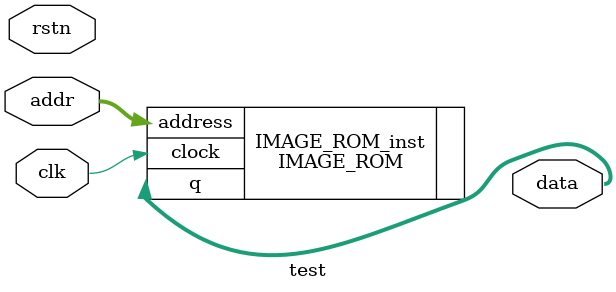
<source format=v>
module test (
    input clk,
    input rstn,
    input [9:0] addr,
    output [8:0] data
);
IMAGE_ROM	IMAGE_ROM_inst (
	.address ( addr ),
	.clock ( clk ),
	.q ( data )
	);

endmodule //test
</source>
